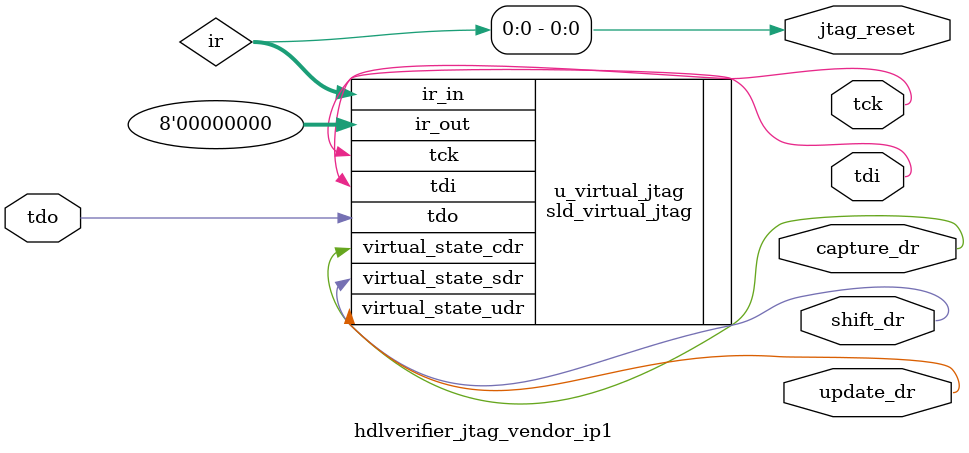
<source format=v>
module hdlverifier_jtag_vendor_ip1
#(parameter JTAG_ID=56)
(
    output tdi,
    input  tdo,
    output tck,
    output jtag_reset,
    output capture_dr,
    output shift_dr,
    output update_dr
);
wire [7:0] ir;

assign jtag_reset = ir[0];

sld_virtual_jtag #(
        .sld_sim_n_scan         (0),
        .sld_sim_action          (""),
        .sld_sim_total_length   (0),
        .sld_auto_instance_index ("NO"),
        .sld_instance_index      (JTAG_ID),
        .sld_ir_width            (8)) 
u_virtual_jtag (
        .tdi                (tdi),                
        .tdo                (tdo),                
        .ir_in              (ir),
        .ir_out             (8'b0),
        .virtual_state_cdr  (capture_dr),
        .virtual_state_sdr  (shift_dr),
        .tck                (tck),
        .virtual_state_udr  (update_dr)
    );
    
endmodule
</source>
